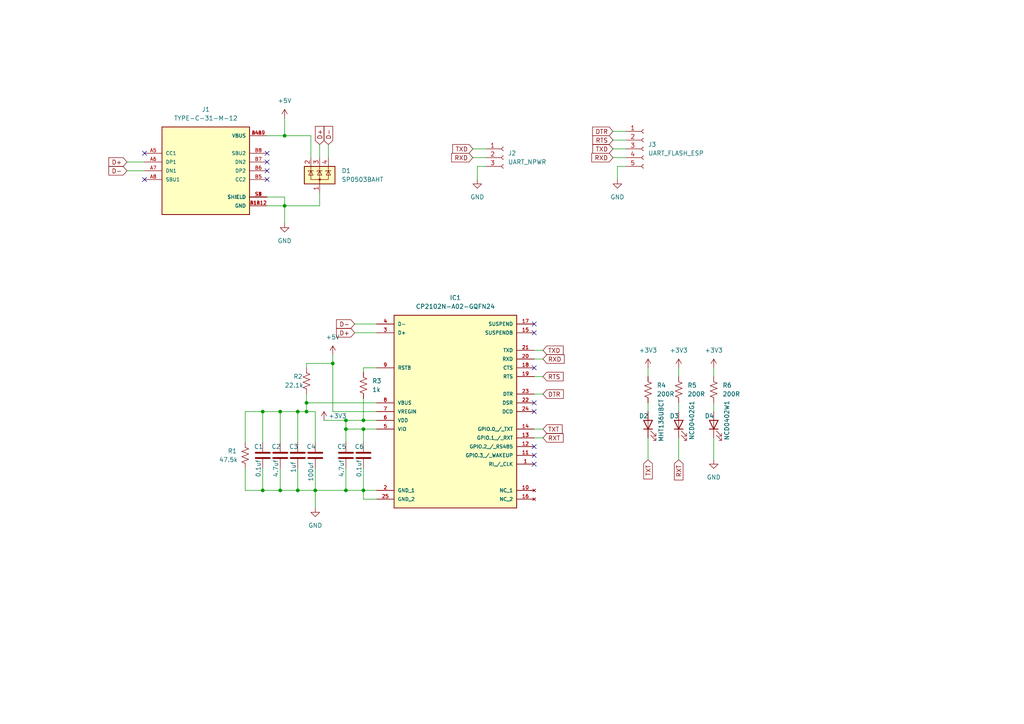
<source format=kicad_sch>
(kicad_sch (version 20211123) (generator eeschema)
  (paper "A4")
  (lib_symbols
    (symbol "Connector:Conn_01x03_Female" (pin_names (offset 1.016) hide)
      (property "Reference" "J" (at 0 5.08 0))
      (property "Value" "Conn_01x03_Female" (at 0 -5.08 0))
      (symbol "Conn_01x03_Female_1_1"
        (arc (start 0 -2.032) (mid -0.508 -2.54) (end 0 -3.048) (stroke (width 0.1524)))
        (polyline (pts (xy -1.27 -2.54) (xy -0.508 -2.54)) (stroke (width 0.1524)))
        (polyline (pts (xy -1.27 0) (xy -0.508 0)) (stroke (width 0.1524)))
        (polyline (pts (xy -1.27 2.54) (xy -0.508 2.54)) (stroke (width 0.1524)))
        (arc (start 0 0.508) (mid -0.508 0) (end 0 -0.508) (stroke (width 0.1524)))
        (arc (start 0 3.048) (mid -0.508 2.54) (end 0 2.032) (stroke (width 0.1524)))
        (pin passive line (at -5.08 2.54 0) (length 3.81) (name "Pin_1") (number "1"))
        (pin passive line (at -5.08 0 0) (length 3.81) (name "Pin_2") (number "2"))
        (pin passive line (at -5.08 -2.54 0) (length 3.81) (name "Pin_3") (number "3"))
      )
    )
    (symbol "Connector:Conn_01x05_Female" (pin_names (offset 1.016) hide)
      (property "Reference" "J" (at 0 7.62 0))
      (property "Value" "Conn_01x05_Female" (at 0 -7.62 0))
      (symbol "Conn_01x05_Female_1_1"
        (arc (start 0 -4.572) (mid -0.508 -5.08) (end 0 -5.588) (stroke (width 0.1524)))
        (arc (start 0 -2.032) (mid -0.508 -2.54) (end 0 -3.048) (stroke (width 0.1524)))
        (polyline (pts (xy -1.27 -5.08) (xy -0.508 -5.08)) (stroke (width 0.1524)))
        (polyline (pts (xy -1.27 -2.54) (xy -0.508 -2.54)) (stroke (width 0.1524)))
        (polyline (pts (xy -1.27 0) (xy -0.508 0)) (stroke (width 0.1524)))
        (polyline (pts (xy -1.27 2.54) (xy -0.508 2.54)) (stroke (width 0.1524)))
        (polyline (pts (xy -1.27 5.08) (xy -0.508 5.08)) (stroke (width 0.1524)))
        (arc (start 0 0.508) (mid -0.508 0) (end 0 -0.508) (stroke (width 0.1524)))
        (arc (start 0 3.048) (mid -0.508 2.54) (end 0 2.032) (stroke (width 0.1524)))
        (arc (start 0 5.588) (mid -0.508 5.08) (end 0 4.572) (stroke (width 0.1524)))
        (pin passive line (at -5.08 5.08 0) (length 3.81) (name "Pin_1") (number "1"))
        (pin passive line (at -5.08 2.54 0) (length 3.81) (name "Pin_2") (number "2"))
        (pin passive line (at -5.08 0 0) (length 3.81) (name "Pin_3") (number "3"))
        (pin passive line (at -5.08 -2.54 0) (length 3.81) (name "Pin_4") (number "4"))
        (pin passive line (at -5.08 -5.08 0) (length 3.81) (name "Pin_5") (number "5"))
      )
    )
    (symbol "Device:C" (pin_numbers hide) (pin_names (offset 0.254))
      (property "Reference" "C" (at 0.635 2.54 0))
      (property "Value" "C" (at 0.635 -2.54 0))
      (symbol "C_0_1"
        (polyline (pts (xy -2.032 -0.762) (xy 2.032 -0.762)) (stroke (width 0.508)))
        (polyline (pts (xy -2.032 0.762) (xy 2.032 0.762)) (stroke (width 0.508)))
      )
      (symbol "C_1_1"
        (pin passive line (at 0 3.81 270) (length 2.794) (name "~") (number "1"))
        (pin passive line (at 0 -3.81 90) (length 2.794) (name "~") (number "2"))
      )
    )
    (symbol "Device:LED" (pin_numbers hide) (pin_names (offset 1.016) hide)
      (property "Reference" "D" (at 0 2.54 0))
      (property "Value" "LED" (at 0 -2.54 0))
      (symbol "LED_0_1"
        (polyline (pts (xy -1.27 -1.27) (xy -1.27 1.27)) (stroke (width 0.254)))
        (polyline (pts (xy -1.27 0) (xy 1.27 0)))
        (polyline (pts (xy 1.27 -1.27) (xy 1.27 1.27) (xy -1.27 0) (xy 1.27 -1.27)) (stroke (width 0.254)))
        (polyline (pts (xy -3.048 -0.762) (xy -4.572 -2.286) (xy -3.81 -2.286) (xy -4.572 -2.286) (xy -4.572 -1.524)))
        (polyline (pts (xy -1.778 -0.762) (xy -3.302 -2.286) (xy -2.54 -2.286) (xy -3.302 -2.286) (xy -3.302 -1.524)))
      )
      (symbol "LED_1_1"
        (pin passive line (at -3.81 0 0) (length 2.54) (name "K") (number "1"))
        (pin passive line (at 3.81 0 180) (length 2.54) (name "A") (number "2"))
      )
    )
    (symbol "Device:R_US" (pin_numbers hide) (pin_names (offset 0))
      (property "Reference" "R" (at 2.54 0 90))
      (property "Value" "R_US" (at -2.54 0 90))
      (symbol "R_US_0_1"
        (polyline (pts (xy 0 -2.286) (xy 0 -2.54)))
        (polyline (pts (xy 0 2.286) (xy 0 2.54)))
        (polyline (pts (xy 0 -0.762) (xy 1.016 -1.143) (xy 0 -1.524) (xy -1.016 -1.905) (xy 0 -2.286)))
        (polyline (pts (xy 0 0.762) (xy 1.016 0.381) (xy 0 0) (xy -1.016 -0.381) (xy 0 -0.762)))
        (polyline (pts (xy 0 2.286) (xy 1.016 1.905) (xy 0 1.524) (xy -1.016 1.143) (xy 0 0.762)))
      )
      (symbol "R_US_1_1"
        (pin passive line (at 0 3.81 270) (length 1.27) (name "~") (number "1"))
        (pin passive line (at 0 -3.81 90) (length 1.27) (name "~") (number "2"))
      )
    )
    (symbol "Power_Protection:SP0503BAHT" (pin_names hide)
      (property "Reference" "D" (at 5.715 2.54 0))
      (property "Value" "SP0503BAHT" (at 5.715 0.635 0))
      (symbol "SP0503BAHT_0_0"
        (pin passive line (at 0 -5.08 90) (length 2.54) (name "A") (number "1"))
      )
      (symbol "SP0503BAHT_0_1"
        (rectangle (start -4.445 2.54) (end 4.445 -2.54) (stroke (width 0.254)) (fill (type background)))
        (circle (center 0 -1.27) (radius 0.254) (fill (type outline)))
        (polyline (pts (xy -2.54 2.54) (xy -2.54 1.27)))
        (polyline (pts (xy 0 -1.27) (xy 0 -2.54)))
        (polyline (pts (xy 0 -1.27) (xy 0 1.27)))
        (polyline (pts (xy 0 2.54) (xy 0 1.27)))
        (polyline (pts (xy 0.635 1.27) (xy 0.762 1.27)))
        (polyline (pts (xy 2.54 2.54) (xy 2.54 1.27)))
        (polyline (pts (xy 0.635 1.27) (xy -0.762 1.27) (xy -0.762 1.016)))
        (polyline (pts (xy -3.302 1.016) (xy -3.302 1.27) (xy -1.905 1.27) (xy -1.778 1.27)))
        (polyline (pts (xy -2.54 1.27) (xy -2.54 -1.27) (xy 2.54 -1.27) (xy 2.54 1.27)))
        (polyline (pts (xy -2.54 1.27) (xy -1.905 0) (xy -3.175 0) (xy -2.54 1.27)))
        (polyline (pts (xy 0.635 0) (xy -0.635 0) (xy 0 1.27) (xy 0.635 0)))
        (polyline (pts (xy 1.778 1.016) (xy 1.778 1.27) (xy 3.175 1.27) (xy 3.302 1.27)))
        (polyline (pts (xy 2.54 1.27) (xy 1.905 0) (xy 3.175 0) (xy 2.54 1.27)))
      )
      (symbol "SP0503BAHT_1_1"
        (pin passive line (at -2.54 5.08 270) (length 2.54) (name "K") (number "2"))
        (pin passive line (at 0 5.08 270) (length 2.54) (name "K") (number "3"))
        (pin passive line (at 2.54 5.08 270) (length 2.54) (name "K") (number "4"))
      )
    )
    (symbol "Rolling_Custom:CP2102N-A02-GQFN24" (pin_names (offset 1.016))
      (property "Reference" "IC" (at -16.51 30.48 0))
      (property "Value" "CP2102N-A02-GQFN24" (at -16.51 27.94 0))
      (symbol "CP2102N-A02-GQFN24_0_0"
        (rectangle (start -17.78 -30.48) (end 17.78 25.4) (stroke (width 0.254)) (fill (type background)))
        (pin bidirectional line (at 22.86 -17.78 180) (length 5.08) (name "RI_/_CLK") (number "1"))
        (pin no_connect line (at 22.86 -25.4 180) (length 5.08) (name "NC_1") (number "10"))
        (pin bidirectional line (at 22.86 -15.24 180) (length 5.08) (name "GPIO.3_/_WAKEUP") (number "11"))
        (pin bidirectional line (at 22.86 -12.7 180) (length 5.08) (name "GPIO.2_/_RS485") (number "12"))
        (pin bidirectional line (at 22.86 -10.16 180) (length 5.08) (name "GPIO.1_/_RXT") (number "13"))
        (pin bidirectional line (at 22.86 -7.62 180) (length 5.08) (name "GPIO.0_/_TXT") (number "14"))
        (pin output line (at 22.86 20.32 180) (length 5.08) (name "SUSPENDB") (number "15"))
        (pin no_connect line (at 22.86 -27.94 180) (length 5.08) (name "NC_2") (number "16"))
        (pin output line (at 22.86 22.86 180) (length 5.08) (name "SUSPEND") (number "17"))
        (pin bidirectional line (at 22.86 10.16 180) (length 5.08) (name "CTS") (number "18"))
        (pin output line (at 22.86 7.62 180) (length 5.08) (name "RTS") (number "19"))
        (pin power_in line (at -22.86 -25.4 0) (length 5.08) (name "GND_1") (number "2"))
        (pin input line (at 22.86 12.7 180) (length 5.08) (name "RXD") (number "20"))
        (pin output line (at 22.86 15.24 180) (length 5.08) (name "TXD") (number "21"))
        (pin bidirectional line (at 22.86 0 180) (length 5.08) (name "DSR") (number "22"))
        (pin bidirectional line (at 22.86 2.54 180) (length 5.08) (name "DTR") (number "23"))
        (pin bidirectional line (at 22.86 -2.54 180) (length 5.08) (name "DCD") (number "24"))
        (pin power_in line (at -22.86 -27.94 0) (length 5.08) (name "GND_2") (number "25"))
        (pin bidirectional line (at -22.86 20.32 0) (length 5.08) (name "D+") (number "3"))
        (pin bidirectional line (at -22.86 22.86 0) (length 5.08) (name "D-") (number "4"))
        (pin power_in line (at -22.86 -7.62 0) (length 5.08) (name "VIO") (number "5"))
        (pin power_in line (at -22.86 -5.08 0) (length 5.08) (name "VDD") (number "6"))
        (pin power_in line (at -22.86 -2.54 0) (length 5.08) (name "VREGIN") (number "7"))
        (pin power_in line (at -22.86 0 0) (length 5.08) (name "VBUS") (number "8"))
        (pin bidirectional line (at -22.86 10.16 0) (length 5.08) (name "RSTB") (number "9"))
      )
    )
    (symbol "Rolling_Custom:TYPE-C-31-M-12" (pin_names (offset 1.016))
      (property "Reference" "J" (at -12.7 13.462 0))
      (property "Value" "TYPE-C-31-M-12" (at -12.7 -13.462 0))
      (symbol "TYPE-C-31-M-12_0_0"
        (rectangle (start -12.7 -12.7) (end 12.7 12.7) (stroke (width 0.254)) (fill (type background)))
        (pin power_in line (at 17.78 -10.16 180) (length 5.08) (name "GND") (number "A1B12"))
        (pin power_in line (at 17.78 10.16 180) (length 5.08) (name "VBUS") (number "A4B9"))
        (pin bidirectional line (at -17.78 5.08 0) (length 5.08) (name "CC1") (number "A5"))
        (pin bidirectional line (at -17.78 2.54 0) (length 5.08) (name "DP1") (number "A6"))
        (pin bidirectional line (at -17.78 0 0) (length 5.08) (name "DN1") (number "A7"))
        (pin bidirectional line (at -17.78 -2.54 0) (length 5.08) (name "SBU1") (number "A8"))
        (pin power_in line (at 17.78 -10.16 180) (length 5.08) (name "GND") (number "B1A12"))
        (pin power_in line (at 17.78 10.16 180) (length 5.08) (name "VBUS") (number "B4A9"))
        (pin bidirectional line (at 17.78 -2.54 180) (length 5.08) (name "CC2") (number "B5"))
        (pin bidirectional line (at 17.78 0 180) (length 5.08) (name "DP2") (number "B6"))
        (pin bidirectional line (at 17.78 2.54 180) (length 5.08) (name "DN2") (number "B7"))
        (pin bidirectional line (at 17.78 5.08 180) (length 5.08) (name "SBU2") (number "B8"))
        (pin passive line (at 17.78 -7.62 180) (length 5.08) (name "SHIELD") (number "S1"))
        (pin passive line (at 17.78 -7.62 180) (length 5.08) (name "SHIELD") (number "S2"))
        (pin passive line (at 17.78 -7.62 180) (length 5.08) (name "SHIELD") (number "S3"))
        (pin passive line (at 17.78 -7.62 180) (length 5.08) (name "SHIELD") (number "S4"))
      )
    )
    (symbol "power:+3.3V" (power) (pin_names (offset 0))
      (property "Value" "+3.3V" (at 0 3.556 0))
      (symbol "+3.3V_0_1"
        (polyline (pts (xy -0.762 1.27) (xy 0 2.54)))
        (polyline (pts (xy 0 0) (xy 0 2.54)))
        (polyline (pts (xy 0 2.54) (xy 0.762 1.27)))
      )
      (symbol "+3.3V_1_1"
        (pin power_in line (at 0 0 90) (length 0) hide (name "+3V3") (number "1"))
      )
    )
    (symbol "power:+5V" (power) (pin_names (offset 0))
      (property "Value" "+5V" (at 0 3.556 0))
      (symbol "+5V_0_1"
        (polyline (pts (xy -0.762 1.27) (xy 0 2.54)))
        (polyline (pts (xy 0 0) (xy 0 2.54)))
        (polyline (pts (xy 0 2.54) (xy 0.762 1.27)))
      )
      (symbol "+5V_1_1"
        (pin power_in line (at 0 0 90) (length 0) hide (name "+5V") (number "1"))
      )
    )
    (symbol "power:GND" (power) (pin_names (offset 0))
      (property "Value" "GND" (at 0 -3.81 0))
      (symbol "GND_0_1"
        (polyline (pts (xy 0 0) (xy 0 -1.27) (xy 1.27 -1.27) (xy 0 -2.54) (xy -1.27 -1.27) (xy 0 -1.27)))
      )
      (symbol "GND_1_1"
        (pin power_in line (at 0 0 270) (length 0) hide (name "GND") (number "1"))
      )
    )
  )
  (junction (at 76.2 142.24))
  (junction (at 100.33 142.24))
  (junction (at 105.41 121.92))
  (junction (at 82.55 39.37))
  (junction (at 88.9 119.38))
  (junction (at 105.41 142.24))
  (junction (at 86.36 119.38))
  (junction (at 81.28 142.24))
  (junction (at 91.44 142.24))
  (junction (at 81.28 119.38))
  (junction (at 100.33 124.46))
  (junction (at 86.36 142.24))
  (junction (at 100.33 121.92))
  (junction (at 82.55 59.69))
  (junction (at 76.2 119.38))
  (junction (at 105.41 124.46))
  (junction (at 96.52 105.41))
  (junction (at 88.9 116.84))
  (no_connect (at 154.94 116.84))
  (no_connect (at 154.94 119.38))
  (no_connect (at 154.94 134.62))
  (no_connect (at 154.94 132.08))
  (no_connect (at 154.94 129.54))
  (no_connect (at 154.94 106.68))
  (no_connect (at 154.94 96.52))
  (no_connect (at 154.94 93.98))
  (no_connect (at 41.91 44.45))
  (no_connect (at 41.91 52.07))
  (no_connect (at 77.47 52.07))
  (no_connect (at 77.47 49.53))
  (no_connect (at 77.47 44.45))
  (no_connect (at 77.47 46.99))
  (wire (pts (xy 96.52 105.41) (xy 96.52 119.38)))
  (wire (pts (xy 196.85 106.68) (xy 196.85 109.22)))
  (wire (pts (xy 95.25 41.91) (xy 95.25 45.72)))
  (wire (pts (xy 105.41 142.24) (xy 100.33 142.24)))
  (wire (pts (xy 177.8 45.72) (xy 181.61 45.72)))
  (wire (pts (xy 109.22 124.46) (xy 105.41 124.46)))
  (wire (pts (xy 102.87 93.98) (xy 109.22 93.98)))
  (wire (pts (xy 82.55 59.69) (xy 82.55 64.77)))
  (wire (pts (xy 71.12 135.89) (xy 71.12 142.24)))
  (wire (pts (xy 96.52 102.87) (xy 96.52 105.41)))
  (wire (pts (xy 154.94 109.22) (xy 157.48 109.22)))
  (wire (pts (xy 102.87 96.52) (xy 109.22 96.52)))
  (wire (pts (xy 86.36 119.38) (xy 88.9 119.38)))
  (wire (pts (xy 82.55 39.37) (xy 90.17 39.37)))
  (wire (pts (xy 105.41 124.46) (xy 105.41 128.27)))
  (wire (pts (xy 196.85 127) (xy 196.85 133.35)))
  (wire (pts (xy 196.85 116.84) (xy 196.85 119.38)))
  (wire (pts (xy 88.9 105.41) (xy 96.52 105.41)))
  (wire (pts (xy 105.41 142.24) (xy 105.41 144.78)))
  (wire (pts (xy 154.94 101.6) (xy 157.48 101.6)))
  (wire (pts (xy 109.22 106.68) (xy 105.41 106.68)))
  (wire (pts (xy 177.8 40.64) (xy 181.61 40.64)))
  (wire (pts (xy 88.9 116.84) (xy 109.22 116.84)))
  (wire (pts (xy 76.2 119.38) (xy 81.28 119.38)))
  (wire (pts (xy 81.28 142.24) (xy 86.36 142.24)))
  (wire (pts (xy 77.47 59.69) (xy 82.55 59.69)))
  (wire (pts (xy 154.94 104.14) (xy 157.48 104.14)))
  (wire (pts (xy 88.9 114.3) (xy 88.9 116.84)))
  (wire (pts (xy 86.36 128.27) (xy 86.36 119.38)))
  (wire (pts (xy 86.36 142.24) (xy 91.44 142.24)))
  (wire (pts (xy 105.41 135.89) (xy 105.41 142.24)))
  (wire (pts (xy 71.12 142.24) (xy 76.2 142.24)))
  (wire (pts (xy 76.2 128.27) (xy 76.2 119.38)))
  (wire (pts (xy 105.41 106.68) (xy 105.41 107.95)))
  (wire (pts (xy 207.01 106.68) (xy 207.01 109.22)))
  (wire (pts (xy 137.16 45.72) (xy 140.97 45.72)))
  (wire (pts (xy 92.71 55.88) (xy 92.71 59.69)))
  (wire (pts (xy 154.94 124.46) (xy 157.48 124.46)))
  (wire (pts (xy 71.12 128.27) (xy 71.12 119.38)))
  (wire (pts (xy 100.33 121.92) (xy 105.41 121.92)))
  (wire (pts (xy 100.33 124.46) (xy 100.33 128.27)))
  (wire (pts (xy 82.55 57.15) (xy 82.55 59.69)))
  (wire (pts (xy 177.8 38.1) (xy 181.61 38.1)))
  (wire (pts (xy 76.2 135.89) (xy 76.2 142.24)))
  (wire (pts (xy 91.44 119.38) (xy 91.44 128.27)))
  (wire (pts (xy 100.33 135.89) (xy 100.33 142.24)))
  (wire (pts (xy 91.44 135.89) (xy 91.44 142.24)))
  (wire (pts (xy 81.28 135.89) (xy 81.28 142.24)))
  (wire (pts (xy 138.43 52.07) (xy 138.43 48.26)))
  (wire (pts (xy 187.96 106.68) (xy 187.96 109.22)))
  (wire (pts (xy 100.33 124.46) (xy 100.33 121.92)))
  (wire (pts (xy 138.43 48.26) (xy 140.97 48.26)))
  (wire (pts (xy 105.41 142.24) (xy 109.22 142.24)))
  (wire (pts (xy 96.52 119.38) (xy 109.22 119.38)))
  (wire (pts (xy 207.01 127) (xy 207.01 133.35)))
  (wire (pts (xy 91.44 142.24) (xy 91.44 147.32)))
  (wire (pts (xy 177.8 43.18) (xy 181.61 43.18)))
  (wire (pts (xy 100.33 124.46) (xy 105.41 124.46)))
  (wire (pts (xy 77.47 57.15) (xy 82.55 57.15)))
  (wire (pts (xy 76.2 142.24) (xy 81.28 142.24)))
  (wire (pts (xy 88.9 105.41) (xy 88.9 106.68)))
  (wire (pts (xy 154.94 127) (xy 157.48 127)))
  (wire (pts (xy 86.36 135.89) (xy 86.36 142.24)))
  (wire (pts (xy 109.22 144.78) (xy 105.41 144.78)))
  (wire (pts (xy 82.55 34.29) (xy 82.55 39.37)))
  (wire (pts (xy 92.71 41.91) (xy 92.71 45.72)))
  (wire (pts (xy 71.12 119.38) (xy 76.2 119.38)))
  (wire (pts (xy 187.96 116.84) (xy 187.96 119.38)))
  (wire (pts (xy 105.41 121.92) (xy 109.22 121.92)))
  (wire (pts (xy 207.01 116.84) (xy 207.01 119.38)))
  (wire (pts (xy 179.07 48.26) (xy 179.07 52.07)))
  (wire (pts (xy 93.98 121.92) (xy 100.33 121.92)))
  (wire (pts (xy 91.44 119.38) (xy 88.9 119.38)))
  (wire (pts (xy 137.16 43.18) (xy 140.97 43.18)))
  (wire (pts (xy 105.41 115.57) (xy 105.41 121.92)))
  (wire (pts (xy 92.71 59.69) (xy 82.55 59.69)))
  (wire (pts (xy 90.17 39.37) (xy 90.17 45.72)))
  (wire (pts (xy 88.9 119.38) (xy 88.9 116.84)))
  (wire (pts (xy 36.83 46.99) (xy 41.91 46.99)))
  (wire (pts (xy 81.28 119.38) (xy 81.28 128.27)))
  (wire (pts (xy 100.33 142.24) (xy 91.44 142.24)))
  (wire (pts (xy 154.94 114.3) (xy 157.48 114.3)))
  (wire (pts (xy 187.96 127) (xy 187.96 133.35)))
  (wire (pts (xy 81.28 119.38) (xy 86.36 119.38)))
  (wire (pts (xy 181.61 48.26) (xy 179.07 48.26)))
  (wire (pts (xy 36.83 49.53) (xy 41.91 49.53)))
  (wire (pts (xy 82.55 39.37) (xy 77.47 39.37)))
  (global_label "D-" (shape input) (at 36.83 49.53 180) (property "Intersheet References" "${INTERSHEET_REFS}" (effects hide)))
  (global_label "TXT" (shape input) (at 187.96 133.35 270) (property "Intersheet References" "${INTERSHEET_REFS}" (effects hide)))
  (global_label "TXD" (shape input) (at 137.16 43.18 180) (property "Intersheet References" "${INTERSHEET_REFS}" (effects hide)))
  (global_label "RXD" (shape input) (at 137.16 45.72 180) (property "Intersheet References" "${INTERSHEET_REFS}" (effects hide)))
  (global_label "TXD" (shape input) (at 177.8 43.18 180) (property "Intersheet References" "${INTERSHEET_REFS}" (effects hide)))
  (global_label "D+" (shape input) (at 102.87 96.52 180) (property "Intersheet References" "${INTERSHEET_REFS}" (effects hide)))
  (global_label "D+" (shape input) (at 36.83 46.99 180) (property "Intersheet References" "${INTERSHEET_REFS}" (effects hide)))
  (global_label "D+" (shape input) (at 92.71 41.91 90) (property "Intersheet References" "${INTERSHEET_REFS}" (effects hide)))
  (global_label "DTR" (shape input) (at 177.8 38.1 180) (property "Intersheet References" "${INTERSHEET_REFS}" (effects hide)))
  (global_label "RTS" (shape input) (at 177.8 40.64 180) (property "Intersheet References" "${INTERSHEET_REFS}" (effects hide)))
  (global_label "TXT" (shape input) (at 157.48 124.46 0) (property "Intersheet References" "${INTERSHEET_REFS}" (effects hide)))
  (global_label "RXD" (shape input) (at 157.48 104.14 0) (property "Intersheet References" "${INTERSHEET_REFS}" (effects hide)))
  (global_label "RXT" (shape input) (at 157.48 127 0) (property "Intersheet References" "${INTERSHEET_REFS}" (effects hide)))
  (global_label "D-" (shape input) (at 95.25 41.91 90) (property "Intersheet References" "${INTERSHEET_REFS}" (effects hide)))
  (global_label "RTS" (shape input) (at 157.48 109.22 0) (property "Intersheet References" "${INTERSHEET_REFS}" (effects hide)))
  (global_label "D-" (shape input) (at 102.87 93.98 180) (property "Intersheet References" "${INTERSHEET_REFS}" (effects hide)))
  (global_label "RXD" (shape input) (at 177.8 45.72 180) (property "Intersheet References" "${INTERSHEET_REFS}" (effects hide)))
  (global_label "DTR" (shape input) (at 157.48 114.3 0) (property "Intersheet References" "${INTERSHEET_REFS}" (effects hide)))
  (global_label "RXT" (shape input) (at 196.85 133.35 270) (property "Intersheet References" "${INTERSHEET_REFS}" (effects hide)))
  (global_label "TXD" (shape input) (at 157.48 101.6 0) (property "Intersheet References" "${INTERSHEET_REFS}" (effects hide)))
  (symbol (lib_id "Device:C") (at 76.2 132.08 0) (unit 1)
    (property "Reference" "C1" (at 73.66 129.54 0) (effects (justify left)))
    (property "Value" "0.1uf" (at 74.93 138.43 90) (effects (justify left)))
    (property "Footprint" "Capacitor_SMD:C_0402_1005Metric" (effects hide))
  )
  (symbol (lib_id "power:GND") (at 91.44 147.32 0) (unit 1)
    (property "Reference" "#PWR0101" (effects hide))
    (property "Value" "GND" (at 91.44 152.4 0))
  )
  (symbol (lib_id "power:GND") (at 82.55 64.77 0) (unit 1)
    (property "Reference" "#PWR0105" (effects hide))
    (property "Value" "GND" (at 82.55 69.85 0))
  )
  (symbol (lib_id "power:+3.3V") (at 187.96 106.68 0) (unit 1)
    (property "Reference" "#PWR0109" (effects hide))
    (property "Value" "+3.3V" (at 187.96 101.6 0))
  )
  (symbol (lib_id "Device:C") (at 105.41 132.08 0) (unit 1)
    (property "Reference" "C6" (at 102.87 129.54 0) (effects (justify left)))
    (property "Value" "0.1uf" (at 104.14 138.43 90) (effects (justify left)))
    (property "Footprint" "Capacitor_SMD:C_0402_1005Metric" (effects hide))
  )
  (symbol (lib_id "power:+5V") (at 96.52 102.87 0) (unit 1)
    (property "Reference" "#PWR0111" (effects hide))
    (property "Value" "+5V" (at 96.52 97.79 0))
  )
  (symbol (lib_id "power:+3.3V") (at 207.01 106.68 0) (unit 1)
    (property "Reference" "#PWR0103" (effects hide))
    (property "Value" "+3.3V" (at 207.01 101.6 0))
  )
  (symbol (lib_id "Rolling_Custom:CP2102N-A02-GQFN24") (at 132.08 116.84 0) (unit 1)
    (property "Reference" "IC1" (at 132.08 86.36 0))
    (property "Value" "CP2102N-A02-GQFN24" (at 132.08 88.9 0))
    (property "Footprint" "Package_DFN_QFN:QFN-24-1EP_4x4mm_P0.5mm_EP2.6x2.6mm" (effects hide))
    (property "ARROW_PART_NUMBER" "CP2102N-A02-GQFN24" (effects hide))
    (property "ARROW_PRICE-STOCK" "https://www.arrow.com/en/products/cp2102n-a02-gqfn24/silicon-labs" (effects hide))
    (property "MANUFACTURER_PART_NUMBER" "CP2102N-A02-GQFN24" (effects hide))
    (property "MANUFACTURER_NAME" "Silicon Labs" (effects hide))
    (property "DESCRIPTION" "USB Interface IC USB to UART bridge - QFN24" (effects hide))
    (property "MOUSER_PART_NUMBER" "634-CP2102NA02GQFN24" (effects hide))
    (property "HEIGHT" "0.8mm" (effects hide))
    (property "MOUSER_PRICE-STOCK" "https://www.mouser.co.uk/ProductDetail/Silicon-Labs/CP2102N-A02-GQFN24?qs=u16ybLDytRYKabtL%2FE7DZA%3D%3D" (effects hide))
  )
  (symbol (lib_id "Device:R_US") (at 207.01 113.03 0) (unit 1)
    (property "Reference" "R6" (at 209.55 111.7599 0) (effects (justify left)))
    (property "Value" "200R" (at 209.55 114.2999 0) (effects (justify left)))
    (property "Footprint" "Resistor_SMD:R_0402_1005Metric" (effects hide))
  )
  (symbol (lib_id "Device:LED") (at 187.96 123.19 90) (unit 1)
    (property "Reference" "D2" (at 186.69 120.65 90))
    (property "Value" "MHT136UBCT" (at 191.77 121.92 0))
    (property "Footprint" "Capacitor_SMD:C_0402_1005Metric" (effects hide))
  )
  (symbol (lib_id "Device:C") (at 86.36 132.08 0) (unit 1)
    (property "Reference" "C3" (at 83.82 129.54 0) (effects (justify left)))
    (property "Value" "1uf" (at 85.09 137.16 90) (effects (justify left)))
    (property "Footprint" "Capacitor_SMD:C_0402_1005Metric" (effects hide))
  )
  (symbol (lib_id "power:+3.3V") (at 93.98 121.92 0) (unit 1)
    (property "Reference" "#PWR0110" (effects hide))
    (property "Value" "+3.3V" (at 95.25 120.65 0) (effects (justify left)))
  )
  (symbol (lib_id "Device:LED") (at 207.01 123.19 90) (unit 1)
    (property "Reference" "D4" (at 205.74 120.65 90))
    (property "Value" "NCD0402W1" (at 210.82 121.92 0))
    (property "Footprint" "Capacitor_SMD:C_0402_1005Metric" (effects hide))
  )
  (symbol (lib_id "Device:R_US") (at 105.41 111.76 0) (unit 1)
    (property "Reference" "R3" (at 107.95 110.4899 0) (effects (justify left)))
    (property "Value" "1k" (at 107.95 113.0299 0) (effects (justify left)))
    (property "Footprint" "Resistor_SMD:R_0402_1005Metric" (effects hide))
  )
  (symbol (lib_id "Device:C") (at 91.44 132.08 0) (unit 1)
    (property "Reference" "C4" (at 88.9 129.54 0) (effects (justify left)))
    (property "Value" "100uf" (at 90.17 139.7 90) (effects (justify left)))
    (property "Footprint" "Capacitor_SMD:C_0402_1005Metric" (effects hide))
  )
  (symbol (lib_id "Device:LED") (at 196.85 123.19 90) (unit 1)
    (property "Reference" "D3" (at 195.58 120.65 90))
    (property "Value" "NCD0402G1" (at 200.66 121.92 0))
    (property "Footprint" "Capacitor_SMD:C_0402_1005Metric" (effects hide))
  )
  (symbol (lib_id "power:GND") (at 207.01 133.35 0) (unit 1)
    (property "Reference" "#PWR0102" (effects hide))
    (property "Value" "GND" (at 207.01 138.43 0))
  )
  (symbol (lib_id "Device:C") (at 81.28 132.08 0) (unit 1)
    (property "Reference" "C2" (at 78.74 129.54 0) (effects (justify left)))
    (property "Value" "4.7uf" (at 80.01 138.43 90) (effects (justify left)))
    (property "Footprint" "Capacitor_SMD:C_0402_1005Metric" (effects hide))
  )
  (symbol (lib_id "Power_Protection:SP0503BAHT") (at 92.71 50.8 0) (unit 1)
    (property "Reference" "D1" (at 99.06 49.5299 0) (effects (justify left)))
    (property "Value" "SP0503BAHT" (at 99.06 52.0699 0) (effects (justify left)))
    (property "Footprint" "Package_TO_SOT_SMD:SOT-143" (effects hide))
    (property "Datasheet" "http://www.littelfuse.com/~/media/files/littelfuse/technical%20resources/documents/data%20sheets/sp05xxba.pdf" (effects hide))
  )
  (symbol (lib_id "Connector:Conn_01x05_Female") (at 186.69 43.18 0) (unit 1)
    (property "Reference" "J3" (at 187.96 41.9099 0) (effects (justify left)))
    (property "Value" "UART_FLASH_ESP" (at 187.96 44.4499 0) (effects (justify left)))
    (property "Footprint" "Connector_JST:JST_GH_BM05B-GHS-TBT_1x05-1MP_P1.25mm_Vertical" (effects hide))
  )
  (symbol (lib_id "Device:C") (at 100.33 132.08 0) (unit 1)
    (property "Reference" "C5" (at 97.79 129.54 0) (effects (justify left)))
    (property "Value" "4.7uf" (at 99.06 138.43 90) (effects (justify left)))
    (property "Footprint" "Capacitor_SMD:C_0402_1005Metric" (effects hide))
  )
  (symbol (lib_id "Device:R_US") (at 71.12 132.08 0) (unit 1)
    (property "Reference" "R1" (at 66.04 130.81 0) (effects (justify left)))
    (property "Value" "47.5k" (at 63.5 133.35 0) (effects (justify left)))
    (property "Footprint" "Resistor_SMD:R_0402_1005Metric" (effects hide))
  )
  (symbol (lib_id "power:+5V") (at 82.55 34.29 0) (unit 1)
    (property "Reference" "#PWR0106" (effects hide))
    (property "Value" "+5V" (at 82.55 29.21 0))
  )
  (symbol (lib_id "Rolling_Custom:TYPE-C-31-M-12") (at 59.69 49.53 0) (unit 1)
    (property "Reference" "J1" (at 59.69 31.75 0))
    (property "Value" "TYPE-C-31-M-12" (at 59.69 34.29 0))
    (property "Footprint" "Rolling_Custom:HRO_TYPE-C-31-M-12" (effects hide))
    (property "STANDARD" "Manufacturer Recommendations" (effects hide))
    (property "PARTREV" "A" (effects hide))
    (property "MAXIMUM_PACKAGE_HEIGHT" "3.31mm" (effects hide))
    (property "MANUFACTURER" "HRO Electronics" (effects hide))
  )
  (symbol (lib_id "Device:R_US") (at 88.9 110.49 0) (unit 1)
    (property "Reference" "R2" (at 85.09 109.22 0) (effects (justify left)))
    (property "Value" "22.1k" (at 82.55 111.76 0) (effects (justify left)))
    (property "Footprint" "Resistor_SMD:R_0402_1005Metric" (effects hide))
  )
  (symbol (lib_id "power:+3.3V") (at 196.85 106.68 0) (unit 1)
    (property "Reference" "#PWR0104" (effects hide))
    (property "Value" "+3.3V" (at 196.85 101.6 0))
  )
  (symbol (lib_id "power:GND") (at 179.07 52.07 0) (unit 1)
    (property "Reference" "#PWR0108" (effects hide))
    (property "Value" "GND" (at 179.07 57.15 0))
  )
  (symbol (lib_id "Device:R_US") (at 196.85 113.03 0) (unit 1)
    (property "Reference" "R5" (at 199.39 111.7599 0) (effects (justify left)))
    (property "Value" "200R" (at 199.39 114.2999 0) (effects (justify left)))
    (property "Footprint" "Resistor_SMD:R_0402_1005Metric" (effects hide))
  )
  (symbol (lib_id "Device:R_US") (at 187.96 113.03 0) (unit 1)
    (property "Reference" "R4" (at 190.5 111.7599 0) (effects (justify left)))
    (property "Value" "200R" (at 190.5 114.2999 0) (effects (justify left)))
    (property "Footprint" "Resistor_SMD:R_0402_1005Metric" (effects hide))
  )
  (symbol (lib_id "Connector:Conn_01x03_Female") (at 146.05 45.72 0) (unit 1)
    (property "Reference" "J2" (at 147.32 44.4499 0) (effects (justify left)))
    (property "Value" "UART_NPWR" (at 147.32 46.9899 0) (effects (justify left)))
    (property "Footprint" "Connector_JST:JST_GH_BM03B-GHS-TBT_1x03-1MP_P1.25mm_Vertical" (effects hide))
  )
  (symbol (lib_id "power:GND") (at 138.43 52.07 0) (unit 1)
    (property "Reference" "#PWR0107" (effects hide))
    (property "Value" "GND" (at 138.43 57.15 0))
  )
)
</source>
